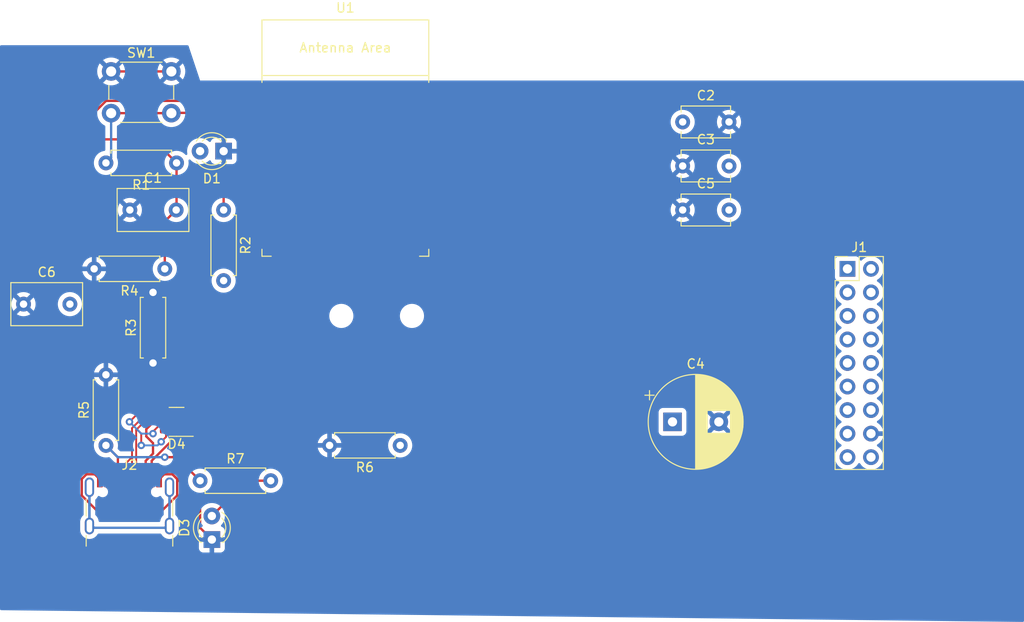
<source format=kicad_pcb>
(kicad_pcb (version 20221018) (generator pcbnew)
  (layers (0 "F.Cu" signal) (31 "B.Cu" signal) (34 "B.Paste" user) (35 "F.Paste" user) (36 "B.SilkS" user "B.Silkscreen") (37 "F.SilkS" user "F.Silkscreen") (38 "B.Mask" user) (39 "F.Mask" user) (44 "Edge.Cuts" user))
  (net 0 "")
  (net 1 "GND")
  (net 2 "+3V3")
  (net 3 "Net-(C3--)")
  (net 4 "Net-(C6--)")
  (net 5 "Net-(D1-A)")
  (net 6 "Net-(D3-A)")
  (net 7 "Net-(R7-+)")
  (net 8 "Net-(J2-CC1)")
  (net 9 "Net-(J2-CC2)")
  (net 10 "USB_D-")
  (net 11 "USB_D+")
  (net 14 "unconnected-(J2-SHIELD-PadS1)")
  (net 15 "Net-(R2-+)")
  (net 19 "CAMERA_PCLK")
  (net 20 "CAMERA_XCLK")
  (net 21 "CAMERA_DATA_1")
  (net 22 "CAMERA_DATA_3")
  (net 23 "CAMERA_DATA_4")
  (net 24 "CAMERA_DATA_2")
  (net 25 "CAMERA_DATA_6")
  (net 26 "CAMERA_DATA_7")
  (net 27 "CAMERA_DATA_8")
  (net 29 "CAMERA_SIOC_SDA")
  (net 30 "CAMERA_SIOC_SCL")
  (net 32 "CAMERA_DATA_5")
  (net 33 "Net-(U1-U0RXD{slash}GPIO17)")
  (net 34 "Net-(U1-U0TXD{slash}GPIO16)")
  (net 35 "CAMERA_VSYNC")
  (net 36 "CAMERA_HREF")
  (footprint "Resistor_THT:R_Axial_DIN0207_L6.3mm_D2.5mm_P7.62mm_Horizontal" (layer "F.Cu") (at 100.33 74.93 180)
    (fp_text reference "R4" (at 3.81 -2.37) (layer "F.SilkS"))
    (fp_text value "392")
    (pad "1" thru_hole circle (at 0 0 180) (size 1.6 1.6) (drill 0.8) (layers "*.Cu" "*.Mask") (net 2 "+3V3"))
    (pad "2" thru_hole oval (at 7.62 0 180) (size 1.6 1.6) (drill 0.8) (layers "*.Cu" "*.Mask") (net 1 "GND"))
  )
  (footprint "Capacitor_THT:C_Disc_D7.5mm_W4.4mm_P5.00mm" (layer "F.Cu") (at 85.09 78.74)
    (fp_text reference "C6" (at 2.5 -3.45) (layer "F.SilkS"))
    (fp_text value "10u")
    (pad "1" thru_hole circle (at 0 0) (size 1.6 1.6) (drill 0.8) (layers "*.Cu" "*.Mask") (net 1 "GND"))
    (pad "2" thru_hole circle (at 5 0) (size 1.6 1.6) (drill 0.8) (layers "*.Cu" "*.Mask") (net 4 "Net-(C6--)"))
  )
  (footprint "Capacitor_THT:C_Disc_D5.1mm_W3.2mm_P5.00mm" (layer "F.Cu") (at 156.21 59.08)
    (fp_text reference "C2" (at 2.5 -2.85) (layer "F.SilkS"))
    (fp_text value "0.1u")
    (pad "1" thru_hole circle (at 0 0) (size 1.6 1.6) (drill 0.8) (layers "*.Cu" "*.Mask") (net 2 "+3V3"))
    (pad "2" thru_hole circle (at 5 0) (size 1.6 1.6) (drill 0.8) (layers "*.Cu" "*.Mask") (net 1 "GND"))
  )
  (footprint "Resistor_THT:R_Axial_DIN0207_L6.3mm_D2.5mm_P7.62mm_Horizontal" (layer "F.Cu") (at 125.73 93.98 180)
    (fp_text reference "R6" (at 3.81 -2.37) (layer "F.SilkS"))
    (fp_text value "5k1")
    (pad "1" thru_hole circle (at 0 0 180) (size 1.6 1.6) (drill 0.8) (layers "*.Cu" "*.Mask") (net 9 "Net-(J2-CC2)"))
    (pad "2" thru_hole oval (at 7.62 0 180) (size 1.6 1.6) (drill 0.8) (layers "*.Cu" "*.Mask") (net 1 "GND"))
  )
  (footprint "Connector_USB:USB_C_Receptacle_GCT_USB4105-xx-A_16P_TopMnt_Horizontal" (layer "F.Cu") (at 96.52 101.6)
    (fp_text reference "J2" (at 0 -5.5 unlocked) (layer "F.SilkS"))
    (fp_text value "Molex_2171750001")
    (pad "" np_thru_hole circle (at -2.89 -2.605) (size 0.65 0.65) (drill 0.65) (layers "F&B.Cu" "*.Mask"))
    (pad "" np_thru_hole circle (at 2.89 -2.605) (size 0.65 0.65) (drill 0.65) (layers "F&B.Cu" "*.Mask"))
    (pad "A1" smd rect (at -3.2 -3.68) (size 0.6 1.15) (layers "F.Cu" "F.Paste" "F.Mask") (net 1 "GND"))
    (pad "A4" smd rect (at -2.4 -3.68) (size 0.6 1.15) (layers "F.Cu" "F.Paste" "F.Mask") (net 7 "Net-(R7-+)"))
    (pad "A5" smd rect (at -1.25 -3.68) (size 0.3 1.15) (layers "F.Cu" "F.Paste" "F.Mask") (net 8 "Net-(J2-CC1)"))
    (pad "A6" smd rect (at -0.25 -3.68) (size 0.3 1.15) (layers "F.Cu" "F.Paste" "F.Mask") (net 11 "USB_D+"))
    (pad "A7" smd rect (at 0.25 -3.68) (size 0.3 1.15) (layers "F.Cu" "F.Paste" "F.Mask") (net 10 "USB_D-"))
    (pad "A8" smd rect (at 1.25 -3.68) (size 0.3 1.15) (layers "F.Cu" "F.Paste" "F.Mask"))
    (pad "A9" smd rect (at 2.4 -3.68) (size 0.6 1.15) (layers "F.Cu" "F.Paste" "F.Mask") (net 7 "Net-(R7-+)"))
    (pad "A12" smd rect (at 3.2 -3.68) (size 0.6 1.15) (layers "F.Cu" "F.Paste" "F.Mask") (net 1 "GND"))
    (pad "B1" smd rect (at 3.2 -3.68) (size 0.6 1.15) (layers "F.Cu" "F.Paste" "F.Mask") (net 1 "GND"))
    (pad "B4" smd rect (at 2.4 -3.68) (size 0.6 1.15) (layers "F.Cu" "F.Paste" "F.Mask") (net 7 "Net-(R7-+)"))
    (pad "B5" smd rect (at 1.75 -3.68) (size 0.3 1.15) (layers "F.Cu" "F.Paste" "F.Mask") (net 9 "Net-(J2-CC2)"))
    (pad "B6" smd rect (at 0.75 -3.68) (size 0.3 1.15) (layers "F.Cu" "F.Paste" "F.Mask") (net 11 "USB_D+"))
    (pad "B7" smd rect (at -0.75 -3.68) (size 0.3 1.15) (layers "F.Cu" "F.Paste" "F.Mask") (net 10 "USB_D-"))
    (pad "B8" smd rect (at -1.75 -3.68) (size 0.3 1.15) (layers "F.Cu" "F.Paste" "F.Mask"))
    (pad "B9" smd rect (at -2.4 -3.68) (size 0.6 1.15) (layers "F.Cu" "F.Paste" "F.Mask") (net 7 "Net-(R7-+)"))
    (pad "B12" smd rect (at -3.2 -3.68) (size 0.6 1.15) (layers "F.Cu" "F.Paste" "F.Mask") (net 1 "GND"))
    (pad "S1" thru_hole oval (at -4.32 -3.105) (size 1 2.1) (drill oval 0.6 1.7) (layers "*.Cu" "*.Mask" "F.Paste") (net 14 "unconnected-(J2-SHIELD-PadS1)"))
    (pad "S1" thru_hole oval (at -4.32 1.075) (size 1 1.8) (drill oval 0.6 1.4) (layers "*.Cu" "*.Mask" "F.Paste") (net 14 "unconnected-(J2-SHIELD-PadS1)"))
    (pad "S1" thru_hole oval (at 4.32 -3.105) (size 1 2.1) (drill oval 0.6 1.7) (layers "*.Cu" "*.Mask" "F.Paste") (net 14 "unconnected-(J2-SHIELD-PadS1)"))
    (pad "S1" thru_hole oval (at 4.32 1.075) (size 1 1.8) (drill oval 0.6 1.4) (layers "*.Cu" "*.Mask" "F.Paste") (net 14 "unconnected-(J2-SHIELD-PadS1)"))
  )
  (footprint "Resistor_THT:R_Axial_DIN0207_L6.3mm_D2.5mm_P7.62mm_Horizontal" (layer "F.Cu") (at 93.98 93.98 90)
    (fp_text reference "R5" (at 3.81 -2.37 90) (layer "F.SilkS"))
    (fp_text value "5k1")
    (pad "1" thru_hole circle (at 0 0 90) (size 1.6 1.6) (drill 0.8) (layers "*.Cu" "*.Mask") (net 8 "Net-(J2-CC1)"))
    (pad "2" thru_hole oval (at 7.62 0 90) (size 1.6 1.6) (drill 0.8) (layers "*.Cu" "*.Mask") (net 1 "GND"))
  )
  (footprint "Capacitor_THT:C_Disc_D7.5mm_W4.4mm_P5.00mm" (layer "F.Cu") (at 96.56 68.58)
    (fp_text reference "C1" (at 2.5 -3.45) (layer "F.SilkS"))
    (fp_text value "10u")
    (pad "1" thru_hole circle (at 0 0) (size 1.6 1.6) (drill 0.8) (layers "*.Cu" "*.Mask") (net 1 "GND"))
    (pad "2" thru_hole circle (at 5 0) (size 1.6 1.6) (drill 0.8) (layers "*.Cu" "*.Mask") (net 2 "+3V3"))
  )
  (footprint "Resistor_THT:R_Axial_DIN0207_L6.3mm_D2.5mm_P7.62mm_Horizontal" (layer "F.Cu") (at 99.06 85.09 90)
    (fp_text reference "R3" (at 3.81 -2.37 90) (layer "F.SilkS"))
    (fp_text value "200")
    (pad "1" thru_hole circle (at 0 0 90) (size 1.6 1.6) (drill 0.8) (layers "*.Cu" "*.Mask") (net 4 "Net-(C6--)"))
    (pad "2" thru_hole oval (at 7.62 0 90) (size 1.6 1.6) (drill 0.8) (layers "*.Cu" "*.Mask") (net 2 "+3V3"))
  )
  (footprint "Capacitor_THT:CP_Radial_D10.0mm_P5.00mm" (layer "F.Cu") (at 155.112323 91.44)
    (fp_text reference "C4" (at 2.5 -6.25) (layer "F.SilkS"))
    (fp_text value "100u")
    (pad "1" thru_hole rect (at 0 0) (size 2 2) (drill 1) (layers "*.Cu" "*.Mask") (net 2 "+3V3"))
    (pad "2" thru_hole circle (at 5 0) (size 2 2) (drill 1) (layers "*.Cu" "*.Mask") (net 1 "GND"))
  )
  (footprint "Capacitor_THT:C_Disc_D5.1mm_W3.2mm_P5.00mm" (layer "F.Cu") (at 156.21 63.83)
    (fp_text reference "C3" (at 2.5 -2.85) (layer "F.SilkS"))
    (fp_text value "1u")
    (pad "1" thru_hole circle (at 0 0) (size 1.6 1.6) (drill 0.8) (layers "*.Cu" "*.Mask") (net 1 "GND"))
    (pad "2" thru_hole circle (at 5 0) (size 1.6 1.6) (drill 0.8) (layers "*.Cu" "*.Mask") (net 3 "Net-(C3--)"))
  )
  (footprint "LED_THT:LED_D3.0mm" (layer "F.Cu") (at 106.68 62.23 180)
    (fp_text reference "D1" (at 1.27 -2.96) (layer "F.SilkS"))
    (fp_text value "WP7113PGD")
    (pad "1" thru_hole rect (at 0 0 180) (size 1.8 1.8) (drill 0.9) (layers "*.Cu" "*.Mask") (net 1 "GND"))
    (pad "2" thru_hole circle (at 2.54 0 180) (size 1.8 1.8) (drill 0.9) (layers "*.Cu" "*.Mask") (net 5 "Net-(D1-A)"))
  )
  (footprint "Resistor_THT:R_Axial_DIN0207_L6.3mm_D2.5mm_P7.62mm_Horizontal" (layer "F.Cu") (at 106.68 68.58 -90)
    (fp_text reference "R2" (at 3.81 -2.37 90) (layer "F.SilkS"))
    (fp_text value "56R")
    (pad "1" thru_hole circle (at 0 0 270) (size 1.6 1.6) (drill 0.8) (layers "*.Cu" "*.Mask") (net 15 "Net-(R2-+)"))
    (pad "2" thru_hole oval (at 7.62 0 270) (size 1.6 1.6) (drill 0.8) (layers "*.Cu" "*.Mask") (net 5 "Net-(D1-A)"))
  )
  (footprint "LED_THT:LED_D3.0mm" (layer "F.Cu") (at 105.41 104.14 90)
    (fp_text reference "D3" (at 1.27 -2.96 90) (layer "F.SilkS"))
    (fp_text value "WP7113VBC/D")
    (pad "1" thru_hole rect (at 0 0 90) (size 1.8 1.8) (drill 0.9) (layers "*.Cu" "*.Mask") (net 1 "GND"))
    (pad "2" thru_hole circle (at 2.54 0 90) (size 1.8 1.8) (drill 0.9) (layers "*.Cu" "*.Mask") (net 6 "Net-(D3-A)"))
  )
  (footprint "Capacitor_THT:C_Disc_D5.1mm_W3.2mm_P5.00mm" (layer "F.Cu") (at 156.21 68.58)
    (fp_text reference "C5" (at 2.5 -2.85) (layer "F.SilkS"))
    (fp_text value "0.1u")
    (pad "1" thru_hole circle (at 0 0) (size 1.6 1.6) (drill 0.8) (layers "*.Cu" "*.Mask") (net 1 "GND"))
    (pad "2" thru_hole circle (at 5 0) (size 1.6 1.6) (drill 0.8) (layers "*.Cu" "*.Mask") (net 2 "+3V3"))
  )
  (footprint "Connector_PinHeader_2.54mm:PinHeader_2x09_P2.54mm_Vertical" (layer "F.Cu") (at 173.99 74.93)
    (fp_text reference "J1" (at 1.27 -2.33) (layer "F.SilkS"))
    (fp_text value "Conn_01x16")
    (pad "1" thru_hole rect (at 0 0) (size 1.7 1.7) (drill 1) (layers "*.Cu" "*.Mask") (net 2 "+3V3"))
    (pad "2" thru_hole oval (at 2.54 0) (size 1.7 1.7) (drill 1) (layers "*.Cu" "*.Mask") (net 29 "CAMERA_SIOC_SDA"))
    (pad "3" thru_hole oval (at 0 2.54) (size 1.7 1.7) (drill 1) (layers "*.Cu" "*.Mask") (net 30 "CAMERA_SIOC_SCL"))
    (pad "4" thru_hole oval (at 2.54 2.54) (size 1.7 1.7) (drill 1) (layers "*.Cu" "*.Mask") (net 21 "CAMERA_DATA_1"))
    (pad "5" thru_hole oval (at 0 5.08) (size 1.7 1.7) (drill 1) (layers "*.Cu" "*.Mask") (net 24 "CAMERA_DATA_2"))
    (pad "6" thru_hole oval (at 2.54 5.08) (size 1.7 1.7) (drill 1) (layers "*.Cu" "*.Mask") (net 22 "CAMERA_DATA_3"))
    (pad "7" thru_hole oval (at 0 7.62) (size 1.7 1.7) (drill 1) (layers "*.Cu" "*.Mask") (net 23 "CAMERA_DATA_4"))
    (pad "8" thru_hole oval (at 2.54 7.62) (size 1.7 1.7) (drill 1) (layers "*.Cu" "*.Mask") (net 32 "CAMERA_DATA_5"))
    (pad "9" thru_hole oval (at 0 10.16) (size 1.7 1.7) (drill 1) (layers "*.Cu" "*.Mask") (net 25 "CAMERA_DATA_6"))
    (pad "10" thru_hole oval (at 2.54 10.16) (size 1.7 1.7) (drill 1) (layers "*.Cu" "*.Mask") (net 26 "CAMERA_DATA_7"))
    (pad "11" thru_hole oval (at 0 12.7) (size 1.7 1.7) (drill 1) (layers "*.Cu" "*.Mask") (net 27 "CAMERA_DATA_8"))
    (pad "12" thru_hole oval (at 2.54 12.7) (size 1.7 1.7) (drill 1) (layers "*.Cu" "*.Mask") (net 35 "CAMERA_VSYNC"))
    (pad "13" thru_hole oval (at 0 15.24) (size 1.7 1.7) (drill 1) (layers "*.Cu" "*.Mask") (net 19 "CAMERA_PCLK"))
    (pad "14" thru_hole oval (at 2.54 15.24) (size 1.7 1.7) (drill 1) (layers "*.Cu" "*.Mask") (net 20 "CAMERA_XCLK"))
    (pad "15" thru_hole oval (at 0 17.78) (size 1.7 1.7) (drill 1) (layers "*.Cu" "*.Mask") (net 36 "CAMERA_HREF"))
    (pad "16" thru_hole oval (at 2.54 17.78) (size 1.7 1.7) (drill 1) (layers "*.Cu" "*.Mask") (net 1 "GND"))
    (pad "17" thru_hole oval (at 0 20.32) (size 1.7 1.7) (drill 1) (layers "*.Cu" "*.Mask"))
    (pad "18" thru_hole oval (at 2.54 20.32) (size 1.7 1.7) (drill 1) (layers "*.Cu" "*.Mask"))
  )
  (footprint "Resistor_THT:R_Axial_DIN0207_L6.3mm_D2.5mm_P7.62mm_Horizontal" (layer "F.Cu") (at 101.6 63.5 180)
    (fp_text reference "R1" (at 3.81 -2.37) (layer "F.SilkS"))
    (fp_text value "10k")
    (pad "1" thru_hole circle (at 0 0 180) (size 1.6 1.6) (drill 0.8) (layers "*.Cu" "*.Mask") (net 2 "+3V3"))
    (pad "2" thru_hole oval (at 7.62 0 180) (size 1.6 1.6) (drill 0.8) (layers "*.Cu" "*.Mask") (net 3 "Net-(C3--)"))
  )
  (footprint "Package_TO_SOT_SMD:SOT-23-6" (layer "F.Cu") (at 101.6 91.44 180)
    (fp_text reference "D4" (at 0 -2.4) (layer "F.SilkS"))
    (fp_text value "SP0503BAHT")
    (pad "1" smd roundrect (at -1.1375 -0.95 180) (size 1.325 0.6) (layers "F.Cu" "F.Paste" "F.Mask") (net 7 "Net-(R7-+)"))
    (pad "2" smd roundrect (at -1.1375 0 180) (size 1.325 0.6) (layers "F.Cu" "F.Paste" "F.Mask") (net 1 "GND"))
    (pad "3" smd roundrect (at -1.1375 0.95 180) (size 1.325 0.6) (layers "F.Cu" "F.Paste" "F.Mask") (net 8 "Net-(J2-CC1)"))
    (pad "4" smd roundrect (at 1.1375 0.95 180) (size 1.325 0.6) (layers "F.Cu" "F.Paste" "F.Mask") (net 9 "Net-(J2-CC2)"))
    (pad "5" smd roundrect (at 1.1375 0 180) (size 1.325 0.6) (layers "F.Cu" "F.Paste" "F.Mask") (net 10 "USB_D-"))
    (pad "6" smd roundrect (at 1.1375 -0.95 180) (size 1.325 0.6) (layers "F.Cu" "F.Paste" "F.Mask") (net 11 "USB_D+"))
  )
  (footprint "Button_Switch_THT:SW_PUSH_6mm_H7.3mm" (layer "F.Cu") (at 94.54 53.63)
    (fp_text reference "SW1" (at 3.25 -2) (layer "F.SilkS"))
    (fp_text value "D6R90 F1 LFS")
    (pad "1" thru_hole circle (at 0 0 90) (size 2 2) (drill 1.1) (layers "*.Cu" "*.Mask") (net 1 "GND"))
    (pad "1" thru_hole circle (at 6.5 0 90) (size 2 2) (drill 1.1) (layers "*.Cu" "*.Mask") (net 1 "GND"))
    (pad "2" thru_hole circle (at 0 4.5 90) (size 2 2) (drill 1.1) (layers "*.Cu" "*.Mask") (net 3 "Net-(C3--)"))
    (pad "2" thru_hole circle (at 6.5 4.5 90) (size 2 2) (drill 1.1) (layers "*.Cu" "*.Mask") (net 3 "Net-(C3--)"))
  )
  (footprint "PCM_Espressif:ESP32-C6-WROOM-1" (layer "F.Cu") (at 119.815 63.82)
    (fp_text reference "U1" (at 0 -17.05) (layer "F.SilkS"))
    (fp_text value "ESP32-C6-WROOM-1")
    (fp_text user "Antenna Area" (at 0 -12.75) (layer "F.SilkS"))
    (pad "1" smd rect (at -8.75 -8.26) (size 1.5 0.9) (layers "F.Cu" "F.Paste" "F.Mask") (net 1 "GND"))
    (pad "2" smd rect (at -8.75 -6.99) (size 1.5 0.9) (layers "F.Cu" "F.Paste" "F.Mask") (net 2 "+3V3"))
    (pad "3" smd rect (at -8.75 -5.72) (size 1.5 0.9) (layers "F.Cu" "F.Paste" "F.Mask") (net 3 "Net-(C3--)"))
    (pad "4" smd rect (at -8.75 -4.45) (size 1.5 0.9) (layers "F.Cu" "F.Paste" "F.Mask"))
    (pad "5" smd rect (at -8.75 -3.18) (size 1.5 0.9) (layers "F.Cu" "F.Paste" "F.Mask"))
    (pad "6" smd rect (at -8.75 -1.91) (size 1.5 0.9) (layers "F.Cu" "F.Paste" "F.Mask"))
    (pad "7" smd rect (at -8.75 -0.64) (size 1.5 0.9) (layers "F.Cu" "F.Paste" "F.Mask") (net 15 "Net-(R2-+)"))
    (pad "8" smd rect (at -8.75 0.63) (size 1.5 0.9) (layers "F.Cu" "F.Paste" "F.Mask") (net 19 "CAMERA_PCLK"))
    (pad "9" smd rect (at -8.75 1.9) (size 1.5 0.9) (layers "F.Cu" "F.Paste" "F.Mask") (net 20 "CAMERA_XCLK"))
    (pad "10" smd rect (at -8.75 3.17) (size 1.5 0.9) (layers "F.Cu" "F.Paste" "F.Mask") (net 21 "CAMERA_DATA_1"))
    (pad "11" smd rect (at -8.75 4.44) (size 1.5 0.9) (layers "F.Cu" "F.Paste" "F.Mask") (net 22 "CAMERA_DATA_3"))
    (pad "12" smd rect (at -8.75 5.71) (size 1.5 0.9) (layers "F.Cu" "F.Paste" "F.Mask") (net 23 "CAMERA_DATA_4"))
    (pad "13" smd rect (at -8.75 6.98) (size 1.5 0.9) (layers "F.Cu" "F.Paste" "F.Mask") (net 10 "USB_D-"))
    (pad "14" smd rect (at -8.75 8.25) (size 1.5 0.9) (layers "F.Cu" "F.Paste" "F.Mask") (net 11 "USB_D+"))
    (pad "15" smd rect (at 8.75 8.25 180) (size 1.5 0.9) (layers "F.Cu" "F.Paste" "F.Mask") (net 24 "CAMERA_DATA_2"))
    (pad "16" smd rect (at 8.75 6.98 180) (size 1.5 0.9) (layers "F.Cu" "F.Paste" "F.Mask") (net 25 "CAMERA_DATA_6"))
    (pad "17" smd rect (at 8.75 5.71 180) (size 1.5 0.9) (layers "F.Cu" "F.Paste" "F.Mask") (net 26 "CAMERA_DATA_7"))
    (pad "18" smd rect (at 8.75 4.44 180) (size 1.5 0.9) (layers "F.Cu" "F.Paste" "F.Mask") (net 27 "CAMERA_DATA_8"))
    (pad "19" smd rect (at 8.75 3.17 180) (size 1.5 0.9) (layers "F.Cu" "F.Paste" "F.Mask"))
    (pad "20" smd rect (at 8.75 1.9 180) (size 1.5 0.9) (layers "F.Cu" "F.Paste" "F.Mask") (net 29 "CAMERA_SIOC_SDA"))
    (pad "21" smd rect (at 8.75 0.63 180) (size 1.5 0.9) (layers "F.Cu" "F.Paste" "F.Mask") (net 30 "CAMERA_SIOC_SCL"))
    (pad "22" smd rect (at 8.75 -0.64 180) (size 1.5 0.9) (layers "F.Cu" "F.Paste" "F.Mask"))
    (pad "23" smd rect (at 8.75 -1.91 180) (size 1.5 0.9) (layers "F.Cu" "F.Paste" "F.Mask") (net 32 "CAMERA_DATA_5"))
    (pad "24" smd rect (at 8.75 -3.18 180) (size 1.5 0.9) (layers "F.Cu" "F.Paste" "F.Mask") (net 33 "Net-(U1-U0RXD{slash}GPIO17)"))
    (pad "25" smd rect (at 8.75 -4.45 180) (size 1.5 0.9) (layers "F.Cu" "F.Paste" "F.Mask") (net 34 "Net-(U1-U0TXD{slash}GPIO16)"))
    (pad "26" smd rect (at 8.75 -5.72 180) (size 1.5 0.9) (layers "F.Cu" "F.Paste" "F.Mask") (net 35 "CAMERA_VSYNC"))
    (pad "27" smd rect (at 8.75 -6.99 180) (size 1.5 0.9) (layers "F.Cu" "F.Paste" "F.Mask") (net 36 "CAMERA_HREF"))
    (pad "28" smd rect (at 8.75 -8.26 180) (size 1.5 0.9) (layers "F.Cu" "F.Paste" "F.Mask") (net 1 "GND"))
    (pad "29" smd rect (at -2.755 -3.79 180) (size 0.8 0.8) (layers "F.Cu" "F.Paste" "F.Mask") (net 1 "GND"))
    (pad "29" smd rect (at -2.755 -2.54 180) (size 0.8 0.8) (layers "F.Cu" "F.Paste" "F.Mask") (net 1 "GND"))
    (pad "29" smd rect (at -2.755 -1.29 180) (size 0.8 0.8) (layers "F.Cu" "F.Paste" "F.Mask") (net 1 "GND"))
    (pad "29" smd rect (at -1.505 -3.79 180) (size 0.8 0.8) (layers "F.Cu" "F.Paste" "F.Mask") (net 1 "GND"))
    (pad "29" smd rect (at -1.505 -2.54 180) (size 0.8 0.8) (layers "F.Cu" "F.Paste" "F.Mask") (net 1 "GND"))
    (pad "29" smd rect (at -1.505 -1.29 180) (size 0.8 0.8) (layers "F.Cu" "F.Paste" "F.Mask") (net 1 "GND"))
    (pad "29" smd rect (at -0.255 -3.79 180) (size 0.8 0.8) (layers "F.Cu" "F.Paste" "F.Mask") (net 1 "GND"))
    (pad "29" smd rect (at -0.255 -2.54 180) (size 0.8 0.8) (layers "F.Cu" "F.Paste" "F.Mask") (net 1 "GND"))
    (pad "29" smd rect (at -0.255 -1.29 180) (size 0.8 0.8) (layers "F.Cu" "F.Paste" "F.Mask") (net 1 "GND"))
    (zone (net 0) (net_name "") (layers "*.Cu") (name "antenna keepout") (connect_pads (clearance 0)) (min_thickness 0.254)
      (keepout (tracks not_allowed) (vias not_allowed) (pads not_allowed) (copperpour not_allowed) (footprints not_allowed))
      (fill (thermal_gap 0.508) (thermal_bridge_width 0.508))
      (polygon (pts (xy 128.815 54.07) (xy 110.815 54.07) (xy 110.815 48.07) (xy 128.815 48.07)))
    )
  )
  (footprint "Resistor_THT:R_Axial_DIN0207_L6.3mm_D2.5mm_P7.62mm_Horizontal" (layer "F.Cu") (at 104.14 97.79)
    (fp_text reference "R7" (at 3.81 -2.37) (layer "F.SilkS"))
    (fp_text value "91R")
    (pad "1" thru_hole circle (at 0 0) (size 1.6 1.6) (drill 0.8) (layers "*.Cu" "*.Mask") (net 7 "Net-(R7-+)"))
    (pad "2" thru_hole oval (at 7.62 0) (size 1.6 1.6) (drill 0.8) (layers "*.Cu" "*.Mask") (net 6 "Net-(D3-A)"))
  )
  (segment (start 92.77 97.095) (end 93.32 97.645) (width 0.25) (layer "F.Cu") (net 1))
  (segment (start 101.04 53.63) (end 94.54 53.63) (width 0.25) (layer "F.Cu") (net 1))
  (segment (start 101.665 99.386726) (end 99.451726 101.6) (width 0.25) (layer "F.Cu") (net 1))
  (segment (start 100.27 97.095) (end 101.156726 97.095) (width 0.25) (layer "F.Cu") (net 1))
  (segment (start 101.665 97.603274) (end 101.665 99.386726) (width 0.25) (layer "F.Cu") (net 1))
  (segment (start 99.72 97.645) (end 100.27 97.095) (width 0.25) (layer "F.Cu") (net 1))
  (segment (start 93.588274 101.6) (end 91.375 99.386726) (width 0.25) (layer "F.Cu") (net 1))
  (segment (start 101.156726 97.095) (end 104.14 100.078274) (width 0.25) (layer "F.Cu") (net 1))
  (segment (start 91.375 97.603274) (end 91.883274 97.095) (width 0.25) (layer "F.Cu") (net 1))
  (segment (start 99.72 97.92) (end 99.72 97.645) (width 0.25) (layer "F.Cu") (net 1))
  (segment (start 102.97 55.56) (end 101.04 53.63) (width 0.25) (layer "F.Cu") (net 1))
  (segment (start 104.14 100.078274) (end 104.14 102.87) (width 0.25) (layer "F.Cu") (net 1))
  (segment (start 93.32 97.645) (end 93.32 97.92) (width 0.25) (layer "F.Cu") (net 1))
  (segment (start 104.14 102.87) (end 105.41 104.14) (width 0.25) (layer "F.Cu") (net 1))
  (segment (start 91.883274 97.095) (end 92.77 97.095) (width 0.25) (layer "F.Cu") (net 1))
  (segment (start 111.065 55.56) (end 102.97 55.56) (width 0.25) (layer "F.Cu") (net 1))
  (segment (start 91.375 99.386726) (end 91.375 97.603274) (width 0.25) (layer "F.Cu") (net 1))
  (segment (start 101.156726 97.095) (end 101.665 97.603274) (width 0.25) (layer "F.Cu") (net 1))
  (segment (start 99.451726 101.6) (end 93.588274 101.6) (width 0.25) (layer "F.Cu") (net 1))
  (segment (start 91.44 59.356167) (end 91.44 60.96) (width 0.25) (layer "F.Cu") (net 2))
  (segment (start 91.44 60.96) (end 99.06 60.96) (width 0.25) (layer "F.Cu") (net 2))
  (segment (start 111.065 56.83) (end 111.04 56.805) (width 0.25) (layer "F.Cu") (net 2))
  (segment (start 93.991167 56.805) (end 91.44 59.356167) (width 0.25) (layer "F.Cu") (net 2))
  (segment (start 101.6 68.54) (end 101.56 68.58) (width 0.25) (layer "F.Cu") (net 2))
  (segment (start 101.6 63.5) (end 101.6 68.54) (width 0.25) (layer "F.Cu") (net 2))
  (segment (start 101.56 68.58) (end 100.33 69.81) (width 0.25) (layer "F.Cu") (net 2))
  (segment (start 99.06 60.96) (end 101.6 63.5) (width 0.25) (layer "F.Cu") (net 2))
  (segment (start 111.04 56.805) (end 93.991167 56.805) (width 0.25) (layer "F.Cu") (net 2))
  (segment (start 100.33 69.81) (end 100.33 74.93) (width 0.25) (layer "F.Cu") (net 2))
  (segment (start 101.07 58.1) (end 101.04 58.13) (width 0.25) (layer "F.Cu") (net 3))
  (segment (start 94.54 58.13) (end 101.04 58.13) (width 0.25) (layer "F.Cu") (net 3))
  (segment (start 111.065 58.1) (end 101.07 58.1) (width 0.25) (layer "F.Cu") (net 3))
  (segment (start 94.54 58.13) (end 94.54 62.94) (width 0.25) (layer "B.Cu") (net 3))
  (segment (start 94.54 62.94) (end 93.98 63.5) (width 0.25) (layer "B.Cu") (net 3))
  (segment (start 111.76 97.79) (end 109.22 97.79) (width 0.25) (layer "F.Cu") (net 6))
  (segment (start 109.22 97.79) (end 105.41 101.6) (width 0.25) (layer "F.Cu") (net 6))
  (segment (start 98.71 98.705051) (end 98.92 98.495051) (width 0.25) (layer "F.Cu") (net 7))
  (segment (start 96.34396 100.755) (end 97.015 100.755) (width 0.25) (layer "F.Cu") (net 7))
  (segment (start 98.92 98.495051) (end 98.92 97.92) (width 0.25) (layer "F.Cu") (net 7))
  (segment (start 95.25 99.66104) (end 96.34396 100.755) (width 0.25) (layer "F.Cu") (net 7))
  (segment (start 95.25 99.625051) (end 95.25 99.66104) (width 0.25) (layer "F.Cu") (net 7))
  (segment (start 98.71 99.06) (end 98.71 98.705051) (width 0.25) (layer "F.Cu") (net 7))
  (segment (start 102.164695 92.39) (end 98.92 95.634695) (width 0.25) (layer "F.Cu") (net 7))
  (segment (start 94.12 97.92) (end 94.12 98.495051) (width 0.25) (layer "F.Cu") (net 7))
  (segment (start 102.995 96.645) (end 104.14 97.79) (width 0.25) (layer "F.Cu") (net 7))
  (segment (start 102.7375 92.39) (end 102.164695 92.39) (width 0.25) (layer "F.Cu") (net 7))
  (segment (start 97.015 100.755) (end 98.71 99.06) (width 0.25) (layer "F.Cu") (net 7))
  (segment (start 98.92 95.634695) (end 98.92 97.92) (width 0.25) (layer "F.Cu") (net 7))
  (segment (start 98.92 97.92) (end 98.92 97.095) (width 0.25) (layer "F.Cu") (net 7))
  (segment (start 98.92 97.095) (end 99.37 96.645) (width 0.25) (layer "F.Cu") (net 7))
  (segment (start 94.12 98.495051) (end 95.25 99.625051) (width 0.25) (layer "F.Cu") (net 7))
  (segment (start 99.37 96.645) (end 102.995 96.645) (width 0.25) (layer "F.Cu") (net 7))
  (segment (start 104.14 91.508249) (end 104.14 92.321751) (width 0.25) (layer "F.Cu") (net 8))
  (segment (start 93.98 93.98) (end 95.27 95.27) (width 0.25) (layer "F.Cu") (net 8))
  (segment (start 103.121751 90.49) (end 104.14 91.508249) (width 0.25) (layer "F.Cu") (net 8))
  (segment (start 101.211751 95.25) (end 100.33 95.25) (width 0.25) (layer "F.Cu") (net 8))
  (segment (start 104.14 92.321751) (end 101.211751 95.25) (width 0.25) (layer "F.Cu") (net 8))
  (segment (start 95.27 95.27) (end 95.27 97.92) (width 0.25) (layer "F.Cu") (net 8))
  (segment (start 102.7375 90.49) (end 103.121751 90.49) (width 0.25) (layer "F.Cu") (net 8))
  (via (at 100.33 95.25) (size 0.8) (drill 0.4) (layers "F.Cu" "B.Cu") (net 8))
  (segment (start 100.33 95.25) (end 95.25 95.25) (width 0.25) (layer "B.Cu") (net 8))
  (segment (start 95.25 95.25) (end 93.98 93.98) (width 0.25) (layer "B.Cu") (net 8))
  (segment (start 98.27 95.648299) (end 99.06 94.858299) (width 0.25) (layer "F.Cu") (net 9))
  (segment (start 98.335 93.010305) (end 98.335 92.233249) (width 0.25) (layer "F.Cu") (net 9))
  (segment (start 99.06 93.735305) (end 98.335 93.010305) (width 0.25) (layer "F.Cu") (net 9))
  (segment (start 98.335 92.233249) (end 100.078249 90.49) (width 0.25) (layer "F.Cu") (net 9))
  (segment (start 98.27 97.92) (end 98.27 95.648299) (width 0.25) (layer "F.Cu") (net 9))
  (segment (start 100.078249 90.49) (end 100.4625 90.49) (width 0.25) (layer "F.Cu") (net 9))
  (segment (start 99.06 94.858299) (end 99.06 93.735305) (width 0.25) (layer "F.Cu") (net 9))
  (segment (start 96.52 91.44) (end 97.3141 90.6459) (width 0.2) (layer "F.Cu") (net 10))
  (segment (start 111.065 70.8) (end 110.615 71.25) (width 0.2) (layer "F.Cu") (net 10))
  (segment (start 99.06 92.493604) (end 99.06 92.71) (width 0.2) (layer "F.Cu") (net 10))
  (segment (start 110.015 71.32) (end 110.015 72.82) (width 0.2) (layer "F.Cu") (net 10))
  (segment (start 100.113604 91.44) (end 99.06 92.493604) (width 0.2) (layer "F.Cu") (net 10))
  (segment (start 110.615 71.32) (end 110.015 71.32) (width 0.2) (layer "F.Cu") (net 10))
  (segment (start 110.615 71.25) (end 110.615 71.32) (width 0.2) (layer "F.Cu") (net 10))
  (segment (start 96.77 97.057499) (end 96.77 97.92) (width 0.2) (layer "F.Cu") (net 10))
  (segment (start 110.615 78.2968) (end 98.2659 90.6459) (width 0.2) (layer "F.Cu") (net 10))
  (segment (start 98.2659 90.6459) (end 96.795 92.1168) (width 0.2) (layer "F.Cu") (net 10))
  (segment (start 96.795 95.25) (end 95.77 96.275) (width 0.2) (layer "F.Cu") (net 10))
  (segment (start 110.615 72.82) (end 110.615 78.2968) (width 0.2) (layer "F.Cu") (net 10))
  (segment (start 96.795 92.1168) (end 96.795 95.25) (width 0.2) (layer "F.Cu") (net 10))
  (segment (start 97.3141 90.6459) (end 98.2659 90.6459) (width 0.2) (layer "F.Cu") (net 10))
  (segment (start 96.795 97.032499) (end 96.77 97.057499) (width 0.2) (layer "F.Cu") (net 10))
  (segment (start 96.795 95.25) (end 96.795 97.032499) (width 0.2) (layer "F.Cu") (net 10))
  (segment (start 100.4625 91.44) (end 100.113604 91.44) (width 0.2) (layer "F.Cu") (net 10))
  (segment (start 110.015 72.82) (end 110.615 72.82) (width 0.2) (layer "F.Cu") (net 10))
  (segment (start 95.77 96.275) (end 95.77 97.92) (width 0.2) (layer "F.Cu") (net 10))
  (via (at 99.06 92.71) (size 0.8) (drill 0.4) (layers "F.Cu" "B.Cu") (net 10))
  (via (at 96.52 91.44) (size 0.8) (drill 0.4) (layers "F.Cu" "B.Cu") (net 10))
  (segment (start 99.06 92.71) (end 97.79 92.71) (width 0.2) (layer "B.Cu") (net 10))
  (segment (start 97.79 92.71) (end 96.52 91.44) (width 0.2) (layer "B.Cu") (net 10))
  (segment (start 96.52 100.33) (end 96.27 100.08) (width 0.2) (layer "F.Cu") (net 11))
  (segment (start 97.245 92.3032) (end 97.245 97.032499) (width 0.2) (layer "F.Cu") (net 11))
  (segment (start 100.4625 93.067597) (end 100.4625 92.39) (width 0.2) (layer "F.Cu") (net 11))
  (segment (start 97.27 99.58) (end 96.52 100.33) (width 0.2) (layer "F.Cu") (net 11))
  (segment (start 96.27 100.08) (end 96.27 97.92) (width 0.2) (layer "F.Cu") (net 11))
  (segment (start 97.79 93.98) (end 97.79 92.71) (width 0.2) (layer "F.Cu") (net 11))
  (segment (start 99.94005 93.590047) (end 100.4625 93.067597) (width 0.2) (layer "F.Cu") (net 11))
  (segment (start 97.27 97.057499) (end 97.27 97.92) (width 0.2) (layer "F.Cu") (net 11))
  (segment (start 97.27 97.92) (end 97.27 99.58) (width 0.2) (layer "F.Cu") (net 11))
  (segment (start 97.245 97.032499) (end 97.27 97.057499) (width 0.2) (layer "F.Cu") (net 11))
  (segment (start 111.065 78.4832) (end 97.245 92.3032) (width 0.2) (layer "F.Cu") (net 11))
  (segment (start 97.79 92.71) (end 97.3832 92.3032) (width 0.2) (layer "F.Cu") (net 11))
  (segment (start 111.065 72.07) (end 111.065 78.4832) (width 0.2) (layer "F.Cu") (net 11))
  (segment (start 97.3832 92.3032) (end 97.245 92.3032) (width 0.2) (layer "F.Cu") (net 11))
  (via (at 99.94005 93.590047) (size 0.8) (drill 0.4) (layers "F.Cu" "B.Cu") (net 11))
  (via (at 97.79 93.98) (size 0.8) (drill 0.4) (layers "F.Cu" "B.Cu") (net 11))
  (segment (start 99.550097 93.98) (end 99.94005 93.590047) (width 0.2) (layer "B.Cu") (net 11))
  (segment (start 97.79 93.98) (end 99.550097 93.98) (width 0.2) (layer "B.Cu") (net 11))
  (segment (start 100.33 102.87) (end 100.84 102.36) (width 0.25) (layer "B.Cu") (net 14))
  (segment (start 92.2 102.36) (end 92.71 102.87) (width 0.25) (layer "B.Cu") (net 14))
  (segment (start 100.84 102.36) (end 100.84 98.495) (width 0.25) (layer "B.Cu") (net 14))
  (segment (start 100.84 98.495) (end 100.84 102.675) (width 0.25) (layer "B.Cu") (net 14))
  (segment (start 92.2 98.495) (end 92.2 102.36) (width 0.25) (layer "B.Cu") (net 14))
  (segment (start 92.71 102.87) (end 100.33 102.87) (width 0.25) (layer "B.Cu") (net 14))
  (segment (start 92.2 102.675) (end 92.2 98.495) (width 0.25) (layer "B.Cu") (net 14))
  (segment (start 106.68 66.565) (end 106.68 68.58) (width 0.25) (layer "F.Cu") (net 15))
  (segment (start 111.065 63.18) (end 110.065 63.18) (width 0.25) (layer "F.Cu") (net 15))
  (segment (start 110.065 63.18) (end 106.68 66.565) (width 0.25) (layer "F.Cu") (net 15))
  (zone (net 1) (net_name "GND") (layer "B.Cu") (connect_pads (clearance 0.5)) (min_thickness 0.25) (fill yes (thermal_gap 0.5) (thermal_bridge_width 0.5))
    (polygon (pts (xy 82.55 50.8) (xy 102.87 50.8) (xy 104.14 54.61) (xy 193.04 54.61) (xy 193.04 113.03) (xy 82.55 111.76)))
  )
)
</source>
